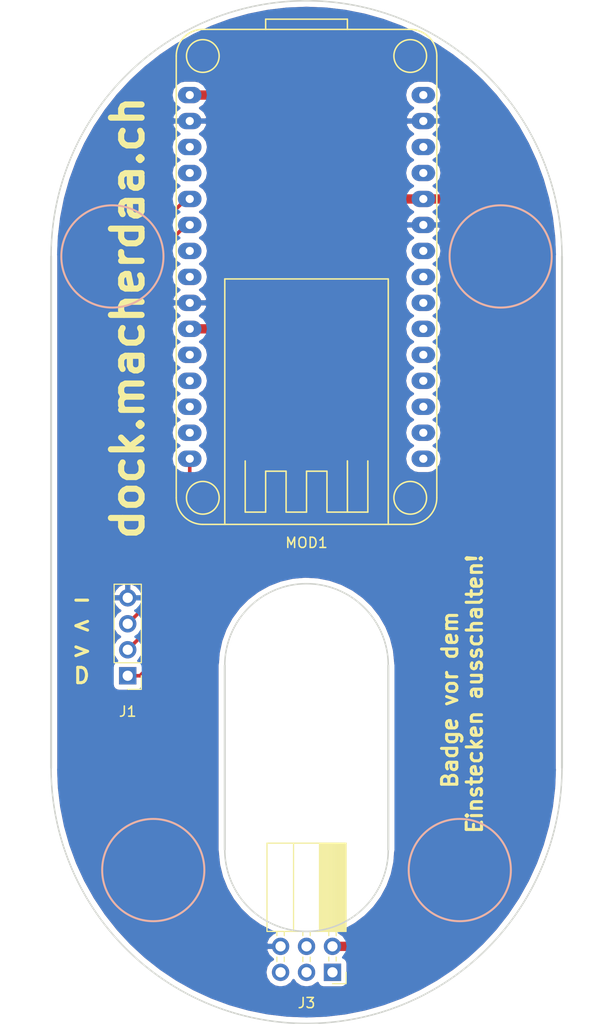
<source format=kicad_pcb>
(kicad_pcb (version 20171130) (host pcbnew 5.0.2+dfsg1-1~bpo9+1)

  (general
    (thickness 1.6)
    (drawings 18)
    (tracks 23)
    (zones 0)
    (modules 3)
    (nets 6)
  )

  (page A4)
  (layers
    (0 F.Cu signal)
    (31 B.Cu signal)
    (32 B.Adhes user)
    (33 F.Adhes user)
    (34 B.Paste user)
    (35 F.Paste user)
    (36 B.SilkS user)
    (37 F.SilkS user)
    (38 B.Mask user)
    (39 F.Mask user)
    (40 Dwgs.User user)
    (41 Cmts.User user)
    (42 Eco1.User user)
    (43 Eco2.User user)
    (44 Edge.Cuts user)
    (45 Margin user)
    (46 B.CrtYd user)
    (47 F.CrtYd user)
    (48 B.Fab user)
    (49 F.Fab user)
  )

  (setup
    (last_trace_width 0.25)
    (user_trace_width 0.3048)
    (user_trace_width 0.35)
    (user_trace_width 0.5)
    (user_trace_width 0.91)
    (user_trace_width 1.47)
    (trace_clearance 0.2)
    (zone_clearance 0.508)
    (zone_45_only no)
    (trace_min 0.2)
    (segment_width 0.2)
    (edge_width 0.15)
    (via_size 0.8)
    (via_drill 0.4)
    (via_min_size 0.4)
    (via_min_drill 0.3)
    (user_via 0.6096 0.3048)
    (uvia_size 0.3)
    (uvia_drill 0.1)
    (uvias_allowed no)
    (uvia_min_size 0.2)
    (uvia_min_drill 0.1)
    (pcb_text_width 0.3)
    (pcb_text_size 1.5 1.5)
    (mod_edge_width 0.15)
    (mod_text_size 1 1)
    (mod_text_width 0.15)
    (pad_size 1.7 1.7)
    (pad_drill 1)
    (pad_to_mask_clearance 0.051)
    (solder_mask_min_width 0.25)
    (aux_axis_origin 0 0)
    (grid_origin 125 100)
    (visible_elements FFFFFF7F)
    (pcbplotparams
      (layerselection 0x010f0_ffffffff)
      (usegerberextensions true)
      (usegerberattributes false)
      (usegerberadvancedattributes false)
      (creategerberjobfile false)
      (excludeedgelayer true)
      (linewidth 0.100000)
      (plotframeref false)
      (viasonmask false)
      (mode 1)
      (useauxorigin false)
      (hpglpennumber 1)
      (hpglpenspeed 20)
      (hpglpendiameter 15.000000)
      (psnegative false)
      (psa4output false)
      (plotreference true)
      (plotvalue true)
      (plotinvisibletext false)
      (padsonsilk false)
      (subtractmaskfromsilk false)
      (outputformat 1)
      (mirror false)
      (drillshape 0)
      (scaleselection 1)
      (outputdirectory "Export/Gerber/v1"))
  )

  (net 0 "")
  (net 1 /D0)
  (net 2 GND)
  (net 3 +3V3)
  (net 4 /D7)
  (net 5 /D8)

  (net_class Default "Dies ist die voreingestellte Netzklasse."
    (clearance 0.2)
    (trace_width 0.25)
    (via_dia 0.8)
    (via_drill 0.4)
    (uvia_dia 0.3)
    (uvia_drill 0.1)
    (add_net +3V3)
    (add_net /D0)
    (add_net /D7)
    (add_net /D8)
    (add_net GND)
  )

  (module Connector_PinHeader_2.54mm:PinHeader_1x04_P2.54mm_Vertical (layer F.Cu) (tedit 59FED5CC) (tstamp 5D12E657)
    (at 107.5 116 180)
    (descr "Through hole straight pin header, 1x04, 2.54mm pitch, single row")
    (tags "Through hole pin header THT 1x04 2.54mm single row")
    (path /5D06CB51)
    (fp_text reference J1 (at 0 -3.5 180) (layer F.SilkS)
      (effects (font (size 1 1) (thickness 0.15)))
    )
    (fp_text value Conn_01x04_Male (at -3 4 270) (layer F.Fab)
      (effects (font (size 1 1) (thickness 0.15)))
    )
    (fp_line (start -0.635 -1.27) (end 1.27 -1.27) (layer F.Fab) (width 0.1))
    (fp_line (start 1.27 -1.27) (end 1.27 8.89) (layer F.Fab) (width 0.1))
    (fp_line (start 1.27 8.89) (end -1.27 8.89) (layer F.Fab) (width 0.1))
    (fp_line (start -1.27 8.89) (end -1.27 -0.635) (layer F.Fab) (width 0.1))
    (fp_line (start -1.27 -0.635) (end -0.635 -1.27) (layer F.Fab) (width 0.1))
    (fp_line (start -1.33 8.95) (end 1.33 8.95) (layer F.SilkS) (width 0.12))
    (fp_line (start -1.33 1.27) (end -1.33 8.95) (layer F.SilkS) (width 0.12))
    (fp_line (start 1.33 1.27) (end 1.33 8.95) (layer F.SilkS) (width 0.12))
    (fp_line (start -1.33 1.27) (end 1.33 1.27) (layer F.SilkS) (width 0.12))
    (fp_line (start -1.33 0) (end -1.33 -1.33) (layer F.SilkS) (width 0.12))
    (fp_line (start -1.33 -1.33) (end 0 -1.33) (layer F.SilkS) (width 0.12))
    (fp_line (start -1.8 -1.8) (end -1.8 9.4) (layer F.CrtYd) (width 0.05))
    (fp_line (start -1.8 9.4) (end 1.8 9.4) (layer F.CrtYd) (width 0.05))
    (fp_line (start 1.8 9.4) (end 1.8 -1.8) (layer F.CrtYd) (width 0.05))
    (fp_line (start 1.8 -1.8) (end -1.8 -1.8) (layer F.CrtYd) (width 0.05))
    (fp_text user %R (at 0 3.81) (layer F.Fab)
      (effects (font (size 1 1) (thickness 0.15)))
    )
    (pad 1 thru_hole rect (at 0 0 180) (size 1.7 1.7) (drill 1) (layers *.Cu *.Mask)
      (net 1 /D0))
    (pad 2 thru_hole oval (at 0 2.54 180) (size 1.7 1.7) (drill 1) (layers *.Cu *.Mask)
      (net 4 /D7))
    (pad 3 thru_hole oval (at 0 5.08 180) (size 1.7 1.7) (drill 1) (layers *.Cu *.Mask)
      (net 5 /D8))
    (pad 4 thru_hole oval (at 0 7.62 180) (size 1.7 1.7) (drill 1) (layers *.Cu *.Mask)
      (net 2 GND))
    (model ${KISYS3DMOD}/Connector_PinHeader_2.54mm.3dshapes/PinHeader_1x04_P2.54mm_Vertical.wrl
      (at (xyz 0 0 0))
      (scale (xyz 1 1 1))
      (rotate (xyz 0 0 0))
    )
  )

  (module Connector_PinSocket_2.54mm:PinSocket_2x03_P2.54mm_Horizontal locked (layer F.Cu) (tedit 5A19A431) (tstamp 5D12E69D)
    (at 127.54 145 270)
    (descr "Through hole angled socket strip, 2x03, 2.54mm pitch, 8.51mm socket length, double cols (from Kicad 4.0.7), script generated")
    (tags "Through hole angled socket strip THT 2x03 2.54mm double row")
    (path /5CE9C4D3)
    (fp_text reference J3 (at 3 2.54) (layer F.SilkS)
      (effects (font (size 1 1) (thickness 0.15)))
    )
    (fp_text value AVR-ISP-HEADER (at -5.65 7.85 270) (layer F.Fab)
      (effects (font (size 1 1) (thickness 0.15)))
    )
    (fp_line (start -12.57 -1.27) (end -5.03 -1.27) (layer F.Fab) (width 0.1))
    (fp_line (start -5.03 -1.27) (end -4.06 -0.3) (layer F.Fab) (width 0.1))
    (fp_line (start -4.06 -0.3) (end -4.06 6.35) (layer F.Fab) (width 0.1))
    (fp_line (start -4.06 6.35) (end -12.57 6.35) (layer F.Fab) (width 0.1))
    (fp_line (start -12.57 6.35) (end -12.57 -1.27) (layer F.Fab) (width 0.1))
    (fp_line (start 0 -0.3) (end -4.06 -0.3) (layer F.Fab) (width 0.1))
    (fp_line (start -4.06 0.3) (end 0 0.3) (layer F.Fab) (width 0.1))
    (fp_line (start 0 0.3) (end 0 -0.3) (layer F.Fab) (width 0.1))
    (fp_line (start 0 2.24) (end -4.06 2.24) (layer F.Fab) (width 0.1))
    (fp_line (start -4.06 2.84) (end 0 2.84) (layer F.Fab) (width 0.1))
    (fp_line (start 0 2.84) (end 0 2.24) (layer F.Fab) (width 0.1))
    (fp_line (start 0 4.78) (end -4.06 4.78) (layer F.Fab) (width 0.1))
    (fp_line (start -4.06 5.38) (end 0 5.38) (layer F.Fab) (width 0.1))
    (fp_line (start 0 5.38) (end 0 4.78) (layer F.Fab) (width 0.1))
    (fp_line (start -12.63 -1.21) (end -4 -1.21) (layer F.SilkS) (width 0.12))
    (fp_line (start -12.63 -1.091905) (end -4 -1.091905) (layer F.SilkS) (width 0.12))
    (fp_line (start -12.63 -0.97381) (end -4 -0.97381) (layer F.SilkS) (width 0.12))
    (fp_line (start -12.63 -0.855715) (end -4 -0.855715) (layer F.SilkS) (width 0.12))
    (fp_line (start -12.63 -0.73762) (end -4 -0.73762) (layer F.SilkS) (width 0.12))
    (fp_line (start -12.63 -0.619525) (end -4 -0.619525) (layer F.SilkS) (width 0.12))
    (fp_line (start -12.63 -0.50143) (end -4 -0.50143) (layer F.SilkS) (width 0.12))
    (fp_line (start -12.63 -0.383335) (end -4 -0.383335) (layer F.SilkS) (width 0.12))
    (fp_line (start -12.63 -0.26524) (end -4 -0.26524) (layer F.SilkS) (width 0.12))
    (fp_line (start -12.63 -0.147145) (end -4 -0.147145) (layer F.SilkS) (width 0.12))
    (fp_line (start -12.63 -0.02905) (end -4 -0.02905) (layer F.SilkS) (width 0.12))
    (fp_line (start -12.63 0.089045) (end -4 0.089045) (layer F.SilkS) (width 0.12))
    (fp_line (start -12.63 0.20714) (end -4 0.20714) (layer F.SilkS) (width 0.12))
    (fp_line (start -12.63 0.325235) (end -4 0.325235) (layer F.SilkS) (width 0.12))
    (fp_line (start -12.63 0.44333) (end -4 0.44333) (layer F.SilkS) (width 0.12))
    (fp_line (start -12.63 0.561425) (end -4 0.561425) (layer F.SilkS) (width 0.12))
    (fp_line (start -12.63 0.67952) (end -4 0.67952) (layer F.SilkS) (width 0.12))
    (fp_line (start -12.63 0.797615) (end -4 0.797615) (layer F.SilkS) (width 0.12))
    (fp_line (start -12.63 0.91571) (end -4 0.91571) (layer F.SilkS) (width 0.12))
    (fp_line (start -12.63 1.033805) (end -4 1.033805) (layer F.SilkS) (width 0.12))
    (fp_line (start -12.63 1.1519) (end -4 1.1519) (layer F.SilkS) (width 0.12))
    (fp_line (start -4 -0.36) (end -3.59 -0.36) (layer F.SilkS) (width 0.12))
    (fp_line (start -1.49 -0.36) (end -1.11 -0.36) (layer F.SilkS) (width 0.12))
    (fp_line (start -4 0.36) (end -3.59 0.36) (layer F.SilkS) (width 0.12))
    (fp_line (start -1.49 0.36) (end -1.11 0.36) (layer F.SilkS) (width 0.12))
    (fp_line (start -4 2.18) (end -3.59 2.18) (layer F.SilkS) (width 0.12))
    (fp_line (start -1.49 2.18) (end -1.05 2.18) (layer F.SilkS) (width 0.12))
    (fp_line (start -4 2.9) (end -3.59 2.9) (layer F.SilkS) (width 0.12))
    (fp_line (start -1.49 2.9) (end -1.05 2.9) (layer F.SilkS) (width 0.12))
    (fp_line (start -4 4.72) (end -3.59 4.72) (layer F.SilkS) (width 0.12))
    (fp_line (start -1.49 4.72) (end -1.05 4.72) (layer F.SilkS) (width 0.12))
    (fp_line (start -4 5.44) (end -3.59 5.44) (layer F.SilkS) (width 0.12))
    (fp_line (start -1.49 5.44) (end -1.05 5.44) (layer F.SilkS) (width 0.12))
    (fp_line (start -12.63 1.27) (end -4 1.27) (layer F.SilkS) (width 0.12))
    (fp_line (start -12.63 3.81) (end -4 3.81) (layer F.SilkS) (width 0.12))
    (fp_line (start -12.63 -1.33) (end -4 -1.33) (layer F.SilkS) (width 0.12))
    (fp_line (start -4 -1.33) (end -4 6.41) (layer F.SilkS) (width 0.12))
    (fp_line (start -12.63 6.41) (end -4 6.41) (layer F.SilkS) (width 0.12))
    (fp_line (start -12.63 -1.33) (end -12.63 6.41) (layer F.SilkS) (width 0.12))
    (fp_line (start 1.11 -1.33) (end 1.11 0) (layer F.SilkS) (width 0.12))
    (fp_line (start 0 -1.33) (end 1.11 -1.33) (layer F.SilkS) (width 0.12))
    (fp_line (start 1.8 -1.8) (end -13.05 -1.8) (layer F.CrtYd) (width 0.05))
    (fp_line (start -13.05 -1.8) (end -13.05 6.85) (layer F.CrtYd) (width 0.05))
    (fp_line (start -13.05 6.85) (end 1.8 6.85) (layer F.CrtYd) (width 0.05))
    (fp_line (start 1.8 6.85) (end 1.8 -1.8) (layer F.CrtYd) (width 0.05))
    (fp_text user %R (at -1 2.54) (layer F.Fab)
      (effects (font (size 1 1) (thickness 0.15)))
    )
    (pad 1 thru_hole rect (at 0 0 270) (size 1.7 1.7) (drill 1) (layers *.Cu *.Mask))
    (pad 2 thru_hole oval (at -2.54 0 270) (size 1.7 1.7) (drill 1) (layers *.Cu *.Mask)
      (net 3 +3V3))
    (pad 3 thru_hole oval (at 0 2.54 270) (size 1.7 1.7) (drill 1) (layers *.Cu *.Mask))
    (pad 4 thru_hole oval (at -2.54 2.54 270) (size 1.7 1.7) (drill 1) (layers *.Cu *.Mask))
    (pad 5 thru_hole oval (at 0 5.08 270) (size 1.7 1.7) (drill 1) (layers *.Cu *.Mask))
    (pad 6 thru_hole oval (at -2.54 5.08 270) (size 1.7 1.7) (drill 1) (layers *.Cu *.Mask)
      (net 2 GND))
    (model ${KISYS3DMOD}/Connector_PinSocket_2.54mm.3dshapes/PinSocket_2x03_P2.54mm_Horizontal.wrl
      (at (xyz 0 0 0))
      (scale (xyz 1 1 1))
      (rotate (xyz 0 0 0))
    )
  )

  (module NodeMCU:NodeMCU (layer F.Cu) (tedit 5D0638B1) (tstamp 5D12E6DF)
    (at 125 77 180)
    (path /5D065651)
    (fp_text reference MOD1 (at 0 -26) (layer F.SilkS)
      (effects (font (size 1 1) (thickness 0.15)))
    )
    (fp_text value NodeMCU (at 0 0) (layer F.Fab)
      (effects (font (size 1 1) (thickness 0.15)))
    )
    (fp_line (start 12.75 21.6) (end 12.75 -21.6) (layer F.SilkS) (width 0.15))
    (fp_line (start 10.15 -24.2) (end -10.15 -24.2) (layer F.SilkS) (width 0.15))
    (fp_line (start -12.75 -21.6) (end -12.75 21.6) (layer F.SilkS) (width 0.15))
    (fp_line (start 10.15 24.2) (end -10.15 24.2) (layer F.SilkS) (width 0.15))
    (fp_circle (center 10.15 -21.6) (end 8.55 -21.6) (layer F.SilkS) (width 0.15))
    (fp_circle (center -10.15 -21.6) (end -11.75 -21.6) (layer F.SilkS) (width 0.15))
    (fp_circle (center -10.15 21.6) (end -11.75 21.6) (layer F.SilkS) (width 0.15))
    (fp_circle (center 10.15 21.6) (end 8.55 21.6) (layer F.SilkS) (width 0.15))
    (fp_line (start 4 25.2) (end -4 25.2) (layer F.SilkS) (width 0.15))
    (fp_line (start 4 25.2) (end 4 24.2) (layer F.SilkS) (width 0.15))
    (fp_line (start -4 25.2) (end -4 24.2) (layer F.SilkS) (width 0.15))
    (fp_line (start 8 -24.2) (end 8 -0.2) (layer F.SilkS) (width 0.15))
    (fp_line (start -8 -24.2) (end -8 -0.2) (layer F.SilkS) (width 0.15))
    (fp_line (start 8 -0.2) (end -8 -0.2) (layer F.SilkS) (width 0.15))
    (fp_line (start 6 -18) (end 6 -23) (layer F.SilkS) (width 0.15))
    (fp_line (start 6 -23) (end 4 -23) (layer F.SilkS) (width 0.15))
    (fp_line (start 4 -23) (end 4 -19) (layer F.SilkS) (width 0.15))
    (fp_line (start 4 -19) (end 2 -19) (layer F.SilkS) (width 0.15))
    (fp_line (start 2 -19) (end 2 -23) (layer F.SilkS) (width 0.15))
    (fp_line (start 2 -23) (end 0 -23) (layer F.SilkS) (width 0.15))
    (fp_line (start 0 -23) (end 0 -19) (layer F.SilkS) (width 0.15))
    (fp_line (start 0 -19) (end -2 -19) (layer F.SilkS) (width 0.15))
    (fp_line (start -2 -19) (end -2 -23) (layer F.SilkS) (width 0.15))
    (fp_line (start -2 -23) (end -4 -23) (layer F.SilkS) (width 0.15))
    (fp_line (start -4 -23) (end -4 -18) (layer F.SilkS) (width 0.15))
    (fp_line (start -4 -18) (end -4 -23) (layer F.SilkS) (width 0.15))
    (fp_line (start -4 -23) (end -6 -23) (layer F.SilkS) (width 0.15))
    (fp_line (start -6 -23) (end -6 -18) (layer F.SilkS) (width 0.15))
    (fp_arc (start -10.15 21.6) (end -12.75 21.6) (angle -90) (layer F.SilkS) (width 0.15))
    (fp_arc (start -10.15 -21.6) (end -10.15 -24.2) (angle -90) (layer F.SilkS) (width 0.15))
    (fp_arc (start 10.15 21.6) (end 10.15 24.2) (angle -90) (layer F.SilkS) (width 0.15))
    (fp_arc (start 10.15 -21.6) (end 12.75 -21.6) (angle -90) (layer F.SilkS) (width 0.15))
    (pad 1 thru_hole oval (at -11.43 -17.78 180) (size 2.3 1.6) (drill 0.8) (layers *.Cu *.Mask))
    (pad 2 thru_hole oval (at -11.43 -15.24 180) (size 2.3 1.6) (drill 0.8) (layers *.Cu *.Mask))
    (pad 3 thru_hole oval (at -11.43 -12.7 180) (size 2.3 1.6) (drill 0.8) (layers *.Cu *.Mask))
    (pad 4 thru_hole oval (at -11.43 -10.16 180) (size 2.3 1.6) (drill 0.8) (layers *.Cu *.Mask))
    (pad 5 thru_hole oval (at -11.43 -7.62 180) (size 2.3 1.6) (drill 0.8) (layers *.Cu *.Mask))
    (pad 6 thru_hole oval (at -11.43 -5.08 180) (size 2.3 1.6) (drill 0.8) (layers *.Cu *.Mask))
    (pad 7 thru_hole oval (at -11.43 -2.54 180) (size 2.3 1.6) (drill 0.8) (layers *.Cu *.Mask))
    (pad 8 thru_hole oval (at -11.43 0 180) (size 2.3 1.6) (drill 0.8) (layers *.Cu *.Mask))
    (pad 9 thru_hole oval (at -11.43 2.54 180) (size 2.3 1.6) (drill 0.8) (layers *.Cu *.Mask))
    (pad 10 thru_hole oval (at -11.43 5.08 180) (size 2.3 1.6) (drill 0.8) (layers *.Cu *.Mask)
      (net 2 GND))
    (pad 11 thru_hole oval (at -11.43 7.62 180) (size 2.3 1.6) (drill 0.8) (layers *.Cu *.Mask)
      (net 3 +3V3))
    (pad 12 thru_hole oval (at -11.43 10.16 180) (size 2.3 1.6) (drill 0.8) (layers *.Cu *.Mask))
    (pad 13 thru_hole oval (at -11.43 12.7 180) (size 2.3 1.6) (drill 0.8) (layers *.Cu *.Mask))
    (pad 14 thru_hole oval (at -11.43 15.24 180) (size 2.3 1.6) (drill 0.8) (layers *.Cu *.Mask)
      (net 2 GND))
    (pad 15 thru_hole oval (at -11.43 17.78 180) (size 2.3 1.6) (drill 0.8) (layers *.Cu *.Mask))
    (pad 16 thru_hole oval (at 11.43 17.78 180) (size 2.3 1.6) (drill 0.8) (layers *.Cu *.Mask)
      (net 3 +3V3))
    (pad 17 thru_hole oval (at 11.43 15.24 180) (size 2.3 1.6) (drill 0.8) (layers *.Cu *.Mask)
      (net 2 GND))
    (pad 18 thru_hole oval (at 11.43 12.7 180) (size 2.3 1.6) (drill 0.8) (layers *.Cu *.Mask))
    (pad 19 thru_hole oval (at 11.43 10.16 180) (size 2.3 1.6) (drill 0.8) (layers *.Cu *.Mask))
    (pad 20 thru_hole oval (at 11.43 7.62 180) (size 2.3 1.6) (drill 0.8) (layers *.Cu *.Mask)
      (net 5 /D8))
    (pad 21 thru_hole oval (at 11.43 5.08 180) (size 2.3 1.6) (drill 0.8) (layers *.Cu *.Mask)
      (net 4 /D7))
    (pad 22 thru_hole oval (at 11.43 2.54 180) (size 2.3 1.6) (drill 0.8) (layers *.Cu *.Mask))
    (pad 23 thru_hole oval (at 11.43 0 180) (size 2.3 1.6) (drill 0.8) (layers *.Cu *.Mask))
    (pad 24 thru_hole oval (at 11.43 -2.54 180) (size 2.3 1.6) (drill 0.8) (layers *.Cu *.Mask)
      (net 2 GND))
    (pad 25 thru_hole oval (at 11.43 -5.08 180) (size 2.3 1.6) (drill 0.8) (layers *.Cu *.Mask)
      (net 3 +3V3))
    (pad 26 thru_hole oval (at 11.43 -7.62 180) (size 2.3 1.6) (drill 0.8) (layers *.Cu *.Mask))
    (pad 27 thru_hole oval (at 11.43 -10.16 180) (size 2.3 1.6) (drill 0.8) (layers *.Cu *.Mask))
    (pad 28 thru_hole oval (at 11.43 -12.7 180) (size 2.3 1.6) (drill 0.8) (layers *.Cu *.Mask))
    (pad 29 thru_hole oval (at 11.43 -15.24 180) (size 2.3 1.6) (drill 0.8) (layers *.Cu *.Mask))
    (pad 30 thru_hole oval (at 11.43 -17.78 180) (size 2.3 1.6) (drill 0.8) (layers *.Cu *.Mask)
      (net 1 /D0))
  )

  (gr_text dock.macherdaa.ch (at 107.5 81 90) (layer F.SilkS)
    (effects (font (size 3 3) (thickness 0.6)))
  )
  (gr_text "Badge vor dem \nEinstecken ausschalten!" (at 140.24 117.78 90) (layer F.SilkS)
    (effects (font (size 1.5 1.5) (thickness 0.3)))
  )
  (gr_text D (at 103 116) (layer F.SilkS)
    (effects (font (size 1.5 1.5) (thickness 0.3)))
  )
  (gr_text > (at 103 113.5) (layer F.SilkS)
    (effects (font (size 1.5 1.5) (thickness 0.3)))
  )
  (gr_text < (at 103 111) (layer F.SilkS)
    (effects (font (size 1.5 1.5) (thickness 0.3)))
  )
  (gr_text - (at 103 108.5) (layer F.SilkS)
    (effects (font (size 1.5 1.5) (thickness 0.3)))
  )
  (gr_arc (start 125 133) (end 117 133) (angle -180) (layer Edge.Cuts) (width 0.15))
  (gr_arc (start 125 115) (end 133 115) (angle -180) (layer Edge.Cuts) (width 0.15))
  (gr_line (start 133 115) (end 133 133) (layer Edge.Cuts) (width 0.2))
  (gr_line (start 117 133) (end 117 115) (layer Edge.Cuts) (width 0.2))
  (gr_circle (center 106 75) (end 106 80) (layer B.SilkS) (width 0.2))
  (gr_circle (center 110 135) (end 110 140) (layer B.SilkS) (width 0.2) (tstamp 5D12E58F))
  (gr_circle (center 144 75) (end 139 75) (layer B.SilkS) (width 0.2))
  (gr_circle (center 140 135) (end 135 135) (layer B.SilkS) (width 0.2))
  (gr_arc (start 125 75) (end 150 75) (angle -180) (layer Edge.Cuts) (width 0.15))
  (gr_arc (start 125 125) (end 100 125) (angle -180) (layer Edge.Cuts) (width 0.15) (tstamp 5D12E581))
  (gr_line (start 150 75) (end 150 125) (layer Edge.Cuts) (width 0.2))
  (gr_line (start 100 125) (end 100 75) (layer Edge.Cuts) (width 0.2))

  (segment (start 113.57 94.78) (end 113.57 110.63) (width 0.35) (layer F.Cu) (net 1) (status 10))
  (segment (start 108.7 116) (end 113.57 111.13) (width 0.35) (layer F.Cu) (net 1))
  (segment (start 113.57 111.13) (end 113.57 110.63) (width 0.35) (layer F.Cu) (net 1))
  (segment (start 107.5 116) (end 108.7 116) (width 0.35) (layer F.Cu) (net 1) (status 10))
  (segment (start 113.57 59.22) (end 118.22 59.22) (width 0.91) (layer F.Cu) (net 3) (status 10))
  (segment (start 128.38 69.38) (end 136.43 69.38) (width 0.91) (layer F.Cu) (net 3) (status 20))
  (segment (start 118.22 59.22) (end 128.38 69.38) (width 0.91) (layer F.Cu) (net 3))
  (segment (start 115.68 82.08) (end 128.38 69.38) (width 0.91) (layer F.Cu) (net 3))
  (segment (start 113.57 82.08) (end 115.68 82.08) (width 0.91) (layer F.Cu) (net 3) (status 10))
  (segment (start 136.78 69.38) (end 136.43 69.38) (width 0.91) (layer F.Cu) (net 3) (status 30))
  (segment (start 133.54 142.46) (end 127.54 142.46) (width 0.91) (layer F.Cu) (net 3))
  (segment (start 136.43 69.38) (end 138.83 69.38) (width 0.91) (layer F.Cu) (net 3))
  (segment (start 142.5 73.05) (end 142.5 133.5) (width 0.91) (layer F.Cu) (net 3))
  (segment (start 138.83 69.38) (end 142.5 73.05) (width 0.91) (layer F.Cu) (net 3))
  (segment (start 142.5 133.5) (end 133.54 142.46) (width 0.91) (layer F.Cu) (net 3))
  (segment (start 107.5 113.46) (end 110.5 110.46) (width 0.35) (layer F.Cu) (net 4) (status 10))
  (segment (start 113.22 71.92) (end 113.57 71.92) (width 0.35) (layer F.Cu) (net 4) (status 30))
  (segment (start 110.5 74.64) (end 113.22 71.92) (width 0.35) (layer F.Cu) (net 4) (status 20))
  (segment (start 110.5 110.46) (end 110.5 74.64) (width 0.35) (layer F.Cu) (net 4))
  (segment (start 107.5 110.92) (end 109.5 108.92) (width 0.35) (layer F.Cu) (net 5) (status 10))
  (segment (start 113.22 69.38) (end 113.57 69.38) (width 0.35) (layer F.Cu) (net 5) (status 30))
  (segment (start 109.5 73.1) (end 113.22 69.38) (width 0.35) (layer F.Cu) (net 5) (status 20))
  (segment (start 109.5 108.92) (end 109.5 73.1) (width 0.35) (layer F.Cu) (net 5))

  (zone (net 2) (net_name GND) (layer F.Cu) (tstamp 5D153386) (hatch edge 0.508)
    (connect_pads (clearance 0.508))
    (min_thickness 0.254)
    (fill yes (arc_segments 16) (thermal_gap 0.508) (thermal_bridge_width 0.508))
    (polygon
      (pts
        (xy 155 150) (xy 95 150) (xy 95 50) (xy 155 50)
      )
    )
    (filled_polygon
      (pts
        (xy 126.905729 50.785425) (xy 128.799708 51.009591) (xy 130.670257 51.381666) (xy 132.505851 51.899357) (xy 134.29517 52.559472)
        (xy 136.027188 53.357944) (xy 137.691205 54.289838) (xy 139.276977 55.349417) (xy 140.774742 56.53016) (xy 142.175237 57.824763)
        (xy 143.46984 59.225258) (xy 144.650583 60.723023) (xy 145.710164 62.308798) (xy 146.642058 63.972816) (xy 147.440528 65.704829)
        (xy 148.100643 67.494149) (xy 148.618331 69.329733) (xy 148.990409 71.200293) (xy 149.214575 73.094271) (xy 149.283044 74.836902)
        (xy 149.265 74.927613) (xy 149.265001 125.072388) (xy 149.283044 125.163095) (xy 149.214575 126.905729) (xy 148.990409 128.799707)
        (xy 148.618331 130.670267) (xy 148.100643 132.505851) (xy 147.440528 134.295171) (xy 146.642058 136.027184) (xy 145.710164 137.691202)
        (xy 144.650583 139.276977) (xy 143.46984 140.774742) (xy 142.175237 142.175237) (xy 140.774742 143.46984) (xy 139.276977 144.650583)
        (xy 137.691205 145.710162) (xy 136.027188 146.642056) (xy 134.29517 147.440528) (xy 132.505851 148.100643) (xy 130.670257 148.618334)
        (xy 128.799708 148.990409) (xy 126.905729 149.214575) (xy 125 149.289452) (xy 123.094271 149.214575) (xy 121.200293 148.990409)
        (xy 119.329733 148.618331) (xy 117.494149 148.100643) (xy 115.704829 147.440528) (xy 113.972816 146.642058) (xy 112.308798 145.710164)
        (xy 110.723023 144.650583) (xy 109.225258 143.46984) (xy 107.824763 142.175237) (xy 106.53016 140.774742) (xy 105.349417 139.276977)
        (xy 104.289838 137.691205) (xy 103.357944 136.027188) (xy 102.559472 134.29517) (xy 101.899357 132.505851) (xy 101.381666 130.670257)
        (xy 101.009591 128.799708) (xy 100.785425 126.905729) (xy 100.716956 125.163099) (xy 100.735 125.072388) (xy 100.735 110.92)
        (xy 105.985908 110.92) (xy 106.101161 111.499418) (xy 106.429375 111.990625) (xy 106.727761 112.19) (xy 106.429375 112.389375)
        (xy 106.101161 112.880582) (xy 105.985908 113.46) (xy 106.101161 114.039418) (xy 106.429375 114.530625) (xy 106.447619 114.542816)
        (xy 106.402235 114.551843) (xy 106.192191 114.692191) (xy 106.051843 114.902235) (xy 106.00256 115.15) (xy 106.00256 116.85)
        (xy 106.051843 117.097765) (xy 106.192191 117.307809) (xy 106.402235 117.448157) (xy 106.65 117.49744) (xy 108.35 117.49744)
        (xy 108.597765 117.448157) (xy 108.807809 117.307809) (xy 108.948157 117.097765) (xy 108.99744 116.85) (xy 108.99744 116.766704)
        (xy 109.016046 116.763003) (xy 109.283977 116.583977) (xy 109.329168 116.516344) (xy 114.086348 111.759165) (xy 114.153977 111.713977)
        (xy 114.333003 111.446046) (xy 114.38 111.209774) (xy 114.38 111.209773) (xy 114.395868 111.130001) (xy 114.38 111.050228)
        (xy 114.38 96.151613) (xy 114.479909 96.13174) (xy 114.954577 95.814577) (xy 115.27174 95.339909) (xy 115.383113 94.78)
        (xy 115.27174 94.220091) (xy 114.954577 93.745423) (xy 114.602242 93.51) (xy 114.954577 93.274577) (xy 115.27174 92.799909)
        (xy 115.383113 92.24) (xy 115.27174 91.680091) (xy 114.954577 91.205423) (xy 114.602242 90.97) (xy 114.954577 90.734577)
        (xy 115.27174 90.259909) (xy 115.383113 89.7) (xy 115.27174 89.140091) (xy 114.954577 88.665423) (xy 114.602242 88.43)
        (xy 114.954577 88.194577) (xy 115.27174 87.719909) (xy 115.383113 87.16) (xy 115.27174 86.600091) (xy 114.954577 86.125423)
        (xy 114.602242 85.89) (xy 114.954577 85.654577) (xy 115.27174 85.179909) (xy 115.383113 84.62) (xy 115.27174 84.060091)
        (xy 114.954577 83.585423) (xy 114.602242 83.35) (xy 114.871631 83.17) (xy 115.572647 83.17) (xy 115.68 83.191354)
        (xy 115.787353 83.17) (xy 115.787354 83.17) (xy 116.105297 83.106757) (xy 116.465846 82.865846) (xy 116.526659 82.774833)
        (xy 124.841492 74.46) (xy 134.616887 74.46) (xy 134.72826 75.019909) (xy 135.045423 75.494577) (xy 135.397758 75.73)
        (xy 135.045423 75.965423) (xy 134.72826 76.440091) (xy 134.616887 77) (xy 134.72826 77.559909) (xy 135.045423 78.034577)
        (xy 135.397758 78.27) (xy 135.045423 78.505423) (xy 134.72826 78.980091) (xy 134.616887 79.54) (xy 134.72826 80.099909)
        (xy 135.045423 80.574577) (xy 135.397758 80.81) (xy 135.045423 81.045423) (xy 134.72826 81.520091) (xy 134.616887 82.08)
        (xy 134.72826 82.639909) (xy 135.045423 83.114577) (xy 135.397758 83.35) (xy 135.045423 83.585423) (xy 134.72826 84.060091)
        (xy 134.616887 84.62) (xy 134.72826 85.179909) (xy 135.045423 85.654577) (xy 135.397758 85.89) (xy 135.045423 86.125423)
        (xy 134.72826 86.600091) (xy 134.616887 87.16) (xy 134.72826 87.719909) (xy 135.045423 88.194577) (xy 135.397758 88.43)
        (xy 135.045423 88.665423) (xy 134.72826 89.140091) (xy 134.616887 89.7) (xy 134.72826 90.259909) (xy 135.045423 90.734577)
        (xy 135.397758 90.97) (xy 135.045423 91.205423) (xy 134.72826 91.680091) (xy 134.616887 92.24) (xy 134.72826 92.799909)
        (xy 135.045423 93.274577) (xy 135.397758 93.51) (xy 135.045423 93.745423) (xy 134.72826 94.220091) (xy 134.616887 94.78)
        (xy 134.72826 95.339909) (xy 135.045423 95.814577) (xy 135.520091 96.13174) (xy 135.938667 96.215) (xy 136.921333 96.215)
        (xy 137.339909 96.13174) (xy 137.814577 95.814577) (xy 138.13174 95.339909) (xy 138.243113 94.78) (xy 138.13174 94.220091)
        (xy 137.814577 93.745423) (xy 137.462242 93.51) (xy 137.814577 93.274577) (xy 138.13174 92.799909) (xy 138.243113 92.24)
        (xy 138.13174 91.680091) (xy 137.814577 91.205423) (xy 137.462242 90.97) (xy 137.814577 90.734577) (xy 138.13174 90.259909)
        (xy 138.243113 89.7) (xy 138.13174 89.140091) (xy 137.814577 88.665423) (xy 137.462242 88.43) (xy 137.814577 88.194577)
        (xy 138.13174 87.719909) (xy 138.243113 87.16) (xy 138.13174 86.600091) (xy 137.814577 86.125423) (xy 137.462242 85.89)
        (xy 137.814577 85.654577) (xy 138.13174 85.179909) (xy 138.243113 84.62) (xy 138.13174 84.060091) (xy 137.814577 83.585423)
        (xy 137.462242 83.35) (xy 137.814577 83.114577) (xy 138.13174 82.639909) (xy 138.243113 82.08) (xy 138.13174 81.520091)
        (xy 137.814577 81.045423) (xy 137.462242 80.81) (xy 137.814577 80.574577) (xy 138.13174 80.099909) (xy 138.243113 79.54)
        (xy 138.13174 78.980091) (xy 137.814577 78.505423) (xy 137.462242 78.27) (xy 137.814577 78.034577) (xy 138.13174 77.559909)
        (xy 138.243113 77) (xy 138.13174 76.440091) (xy 137.814577 75.965423) (xy 137.462242 75.73) (xy 137.814577 75.494577)
        (xy 138.13174 75.019909) (xy 138.243113 74.46) (xy 138.13174 73.900091) (xy 137.814577 73.425423) (xy 137.458501 73.187501)
        (xy 137.8845 72.844896) (xy 138.154367 72.351819) (xy 138.171904 72.269039) (xy 138.049915 72.047) (xy 136.557 72.047)
        (xy 136.557 72.067) (xy 136.303 72.067) (xy 136.303 72.047) (xy 134.810085 72.047) (xy 134.688096 72.269039)
        (xy 134.705633 72.351819) (xy 134.9755 72.844896) (xy 135.401499 73.187501) (xy 135.045423 73.425423) (xy 134.72826 73.900091)
        (xy 134.616887 74.46) (xy 124.841492 74.46) (xy 128.831492 70.47) (xy 135.128369 70.47) (xy 135.401499 70.652499)
        (xy 134.9755 70.995104) (xy 134.705633 71.488181) (xy 134.688096 71.570961) (xy 134.810085 71.793) (xy 136.303 71.793)
        (xy 136.303 71.773) (xy 136.557 71.773) (xy 136.557 71.793) (xy 138.049915 71.793) (xy 138.171904 71.570961)
        (xy 138.154367 71.488181) (xy 137.8845 70.995104) (xy 137.458501 70.652499) (xy 137.731631 70.47) (xy 138.378508 70.47)
        (xy 141.41 73.501493) (xy 141.410001 133.048506) (xy 133.088508 141.37) (xy 128.581628 141.37) (xy 128.166522 141.092635)
        (xy 128.66241 140.90079) (xy 128.697719 140.884175) (xy 128.733525 140.86868) (xy 128.753155 140.858088) (xy 129.739103 140.305932)
        (xy 129.771704 140.284517) (xy 129.804986 140.264122) (xy 129.822927 140.25087) (xy 130.721239 139.5653) (xy 130.750497 139.539505)
        (xy 130.780574 139.514624) (xy 130.796469 139.498976) (xy 131.589222 138.693671) (xy 131.614555 138.66401) (xy 131.640823 138.635141)
        (xy 131.654355 138.61741) (xy 132.32573 137.70844) (xy 132.346633 137.675502) (xy 132.36857 137.643223) (xy 132.379468 137.623762)
        (xy 132.916071 136.629264) (xy 132.932133 136.593691) (xy 132.949294 136.55866) (xy 132.957342 136.537858) (xy 133.348465 135.477672)
        (xy 133.359347 135.440215) (xy 133.371409 135.403093) (xy 133.376445 135.381364) (xy 133.614285 134.276645) (xy 133.61978 134.238033)
        (xy 133.626492 134.199577) (xy 133.628416 134.177355) (xy 133.691368 133.288259) (xy 133.692354 133.286783) (xy 133.735 133.072388)
        (xy 133.735 114.927612) (xy 133.706716 114.785419) (xy 133.705964 114.73756) (xy 133.704279 114.718103) (xy 133.704279 114.69857)
        (xy 133.702354 114.676348) (xy 133.587177 113.552201) (xy 133.58047 113.513768) (xy 133.574971 113.475132) (xy 133.569935 113.453404)
        (xy 133.297512 112.3567) (xy 133.285451 112.319581) (xy 133.274568 112.282121) (xy 133.26652 112.261319) (xy 132.842289 111.213942)
        (xy 132.825122 111.178899) (xy 132.809066 111.143339) (xy 132.798168 111.123879) (xy 132.798168 111.123878) (xy 132.798164 111.123872)
        (xy 132.230592 110.146725) (xy 132.208667 110.114463) (xy 132.187752 110.081507) (xy 132.17422 110.063776) (xy 131.474624 109.176343)
        (xy 131.448367 109.147487) (xy 131.423023 109.117813) (xy 131.407127 109.102165) (xy 130.58947 108.322159) (xy 130.559426 108.297305)
        (xy 130.530137 108.271483) (xy 130.512195 108.258232) (xy 129.592792 107.601217) (xy 129.559539 107.580839) (xy 129.52691 107.559406)
        (xy 129.507288 107.54882) (xy 129.507281 107.548815) (xy 129.507275 107.548812) (xy 128.504475 107.027899) (xy 128.468667 107.012404)
        (xy 128.433359 106.995789) (xy 128.412433 106.988069) (xy 127.346234 106.613647) (xy 127.308589 106.603348) (xy 127.271303 106.591878)
        (xy 127.249498 106.587183) (xy 126.141181 106.366725) (xy 126.10249 106.361837) (xy 126.063929 106.35573) (xy 126.041682 106.354155)
        (xy 126.04168 106.354155) (xy 124.913355 106.29206) (xy 124.87436 106.292672) (xy 124.835327 106.292059) (xy 124.813078 106.293635)
        (xy 124.813076 106.293635) (xy 123.687261 106.391141) (xy 123.648741 106.397242) (xy 123.61001 106.402135) (xy 123.588205 106.40683)
        (xy 122.487358 106.661993) (xy 122.450072 106.673463) (xy 122.412427 106.683762) (xy 122.391501 106.691482) (xy 121.33759 107.09921)
        (xy 121.302276 107.115828) (xy 121.266475 107.13132) (xy 121.246852 107.141908) (xy 121.246844 107.141912) (xy 121.246838 107.141916)
        (xy 120.260896 107.694069) (xy 120.228286 107.715489) (xy 120.195014 107.735879) (xy 120.177072 107.749131) (xy 119.278761 108.4347)
        (xy 119.249495 108.460501) (xy 119.219427 108.485376) (xy 119.203541 108.501016) (xy 119.203531 108.501024) (xy 119.203524 108.501032)
        (xy 118.410778 109.306329) (xy 118.38544 109.335996) (xy 118.359177 109.364859) (xy 118.345652 109.382582) (xy 118.345645 109.38259)
        (xy 118.34564 109.382597) (xy 117.67427 110.29156) (xy 117.653367 110.324498) (xy 117.63143 110.356777) (xy 117.620532 110.376238)
        (xy 117.083929 111.370737) (xy 117.067876 111.40629) (xy 117.050706 111.441339) (xy 117.042658 111.462142) (xy 116.651535 112.522328)
        (xy 116.640652 112.559788) (xy 116.628591 112.596907) (xy 116.623555 112.618636) (xy 116.385715 113.723355) (xy 116.38022 113.761967)
        (xy 116.373508 113.800423) (xy 116.371584 113.822645) (xy 116.308632 114.711742) (xy 116.307647 114.713217) (xy 116.265001 114.927612)
        (xy 116.265 133.072387) (xy 116.293284 133.21458) (xy 116.294036 133.26244) (xy 116.295721 133.281897) (xy 116.295721 133.30143)
        (xy 116.297646 133.323652) (xy 116.412823 134.447799) (xy 116.41953 134.486232) (xy 116.425029 134.524868) (xy 116.430065 134.546597)
        (xy 116.702489 135.6433) (xy 116.714544 135.680401) (xy 116.725432 135.717879) (xy 116.73348 135.738681) (xy 117.157711 136.786058)
        (xy 117.174876 136.821096) (xy 117.190934 136.856661) (xy 117.201832 136.876121) (xy 117.769408 137.853275) (xy 117.791339 137.885546)
        (xy 117.812248 137.918493) (xy 117.82578 137.936224) (xy 118.525376 138.823657) (xy 118.551633 138.852513) (xy 118.576977 138.882187)
        (xy 118.592873 138.897835) (xy 119.41053 139.677841) (xy 119.440581 139.702701) (xy 119.469863 139.728517) (xy 119.487805 139.741768)
        (xy 120.407207 140.398783) (xy 120.440474 140.419169) (xy 120.473089 140.440593) (xy 120.492719 140.451185) (xy 121.495525 140.9721)
        (xy 121.531317 140.987589) (xy 121.566641 141.004211) (xy 121.587567 141.011931) (xy 121.875175 141.112932) (xy 121.693076 141.188355)
        (xy 121.264817 141.578642) (xy 121.018514 142.103108) (xy 121.139181 142.333) (xy 122.333 142.333) (xy 122.333 142.313)
        (xy 122.587 142.313) (xy 122.587 142.333) (xy 122.607 142.333) (xy 122.607 142.587) (xy 122.587 142.587)
        (xy 122.587 142.607) (xy 122.333 142.607) (xy 122.333 142.587) (xy 121.139181 142.587) (xy 121.018514 142.816892)
        (xy 121.264817 143.341358) (xy 121.689786 143.728647) (xy 121.389375 143.929375) (xy 121.061161 144.420582) (xy 120.945908 145)
        (xy 121.061161 145.579418) (xy 121.389375 146.070625) (xy 121.880582 146.398839) (xy 122.313744 146.485) (xy 122.606256 146.485)
        (xy 123.039418 146.398839) (xy 123.530625 146.070625) (xy 123.73 145.772239) (xy 123.929375 146.070625) (xy 124.420582 146.398839)
        (xy 124.853744 146.485) (xy 125.146256 146.485) (xy 125.579418 146.398839) (xy 126.070625 146.070625) (xy 126.082816 146.052381)
        (xy 126.091843 146.097765) (xy 126.232191 146.307809) (xy 126.442235 146.448157) (xy 126.69 146.49744) (xy 128.39 146.49744)
        (xy 128.637765 146.448157) (xy 128.847809 146.307809) (xy 128.988157 146.097765) (xy 129.03744 145.85) (xy 129.03744 144.15)
        (xy 128.988157 143.902235) (xy 128.847809 143.692191) (xy 128.637765 143.551843) (xy 128.6285 143.55) (xy 133.432647 143.55)
        (xy 133.54 143.571354) (xy 133.647353 143.55) (xy 133.647354 143.55) (xy 133.965297 143.486757) (xy 134.325846 143.245846)
        (xy 134.386659 143.154833) (xy 143.194836 134.346657) (xy 143.285846 134.285846) (xy 143.526757 133.925297) (xy 143.59 133.607354)
        (xy 143.611354 133.5) (xy 143.59 133.392647) (xy 143.59 73.157353) (xy 143.611354 73.05) (xy 143.526757 72.624703)
        (xy 143.346657 72.355164) (xy 143.285846 72.264154) (xy 143.194837 72.203344) (xy 139.676659 68.685167) (xy 139.615846 68.594154)
        (xy 139.255297 68.353243) (xy 138.937354 68.29) (xy 138.937353 68.29) (xy 138.83 68.268646) (xy 138.722647 68.29)
        (xy 137.731631 68.29) (xy 137.462242 68.11) (xy 137.814577 67.874577) (xy 138.13174 67.399909) (xy 138.243113 66.84)
        (xy 138.13174 66.280091) (xy 137.814577 65.805423) (xy 137.462242 65.57) (xy 137.814577 65.334577) (xy 138.13174 64.859909)
        (xy 138.243113 64.3) (xy 138.13174 63.740091) (xy 137.814577 63.265423) (xy 137.458501 63.027501) (xy 137.8845 62.684896)
        (xy 138.154367 62.191819) (xy 138.171904 62.109039) (xy 138.049915 61.887) (xy 136.557 61.887) (xy 136.557 61.907)
        (xy 136.303 61.907) (xy 136.303 61.887) (xy 134.810085 61.887) (xy 134.688096 62.109039) (xy 134.705633 62.191819)
        (xy 134.9755 62.684896) (xy 135.401499 63.027501) (xy 135.045423 63.265423) (xy 134.72826 63.740091) (xy 134.616887 64.3)
        (xy 134.72826 64.859909) (xy 135.045423 65.334577) (xy 135.397758 65.57) (xy 135.045423 65.805423) (xy 134.72826 66.280091)
        (xy 134.616887 66.84) (xy 134.72826 67.399909) (xy 135.045423 67.874577) (xy 135.397758 68.11) (xy 135.128369 68.29)
        (xy 128.831493 68.29) (xy 119.761493 59.22) (xy 134.616887 59.22) (xy 134.72826 59.779909) (xy 135.045423 60.254577)
        (xy 135.401499 60.492499) (xy 134.9755 60.835104) (xy 134.705633 61.328181) (xy 134.688096 61.410961) (xy 134.810085 61.633)
        (xy 136.303 61.633) (xy 136.303 61.613) (xy 136.557 61.613) (xy 136.557 61.633) (xy 138.049915 61.633)
        (xy 138.171904 61.410961) (xy 138.154367 61.328181) (xy 137.8845 60.835104) (xy 137.458501 60.492499) (xy 137.814577 60.254577)
        (xy 138.13174 59.779909) (xy 138.243113 59.22) (xy 138.13174 58.660091) (xy 137.814577 58.185423) (xy 137.339909 57.86826)
        (xy 136.921333 57.785) (xy 135.938667 57.785) (xy 135.520091 57.86826) (xy 135.045423 58.185423) (xy 134.72826 58.660091)
        (xy 134.616887 59.22) (xy 119.761493 59.22) (xy 119.066659 58.525167) (xy 119.005846 58.434154) (xy 118.645297 58.193243)
        (xy 118.327354 58.13) (xy 118.327353 58.13) (xy 118.22 58.108646) (xy 118.112647 58.13) (xy 114.871631 58.13)
        (xy 114.479909 57.86826) (xy 114.061333 57.785) (xy 113.078667 57.785) (xy 112.660091 57.86826) (xy 112.185423 58.185423)
        (xy 111.86826 58.660091) (xy 111.756887 59.22) (xy 111.86826 59.779909) (xy 112.185423 60.254577) (xy 112.541499 60.492499)
        (xy 112.1155 60.835104) (xy 111.845633 61.328181) (xy 111.828096 61.410961) (xy 111.950085 61.633) (xy 113.443 61.633)
        (xy 113.443 61.613) (xy 113.697 61.613) (xy 113.697 61.633) (xy 115.189915 61.633) (xy 115.311904 61.410961)
        (xy 115.294367 61.328181) (xy 115.0245 60.835104) (xy 114.598501 60.492499) (xy 114.871631 60.31) (xy 117.768508 60.31)
        (xy 126.838508 69.38) (xy 115.228508 80.99) (xy 114.871631 80.99) (xy 114.598501 80.807501) (xy 115.0245 80.464896)
        (xy 115.294367 79.971819) (xy 115.311904 79.889039) (xy 115.189915 79.667) (xy 113.697 79.667) (xy 113.697 79.687)
        (xy 113.443 79.687) (xy 113.443 79.667) (xy 111.950085 79.667) (xy 111.828096 79.889039) (xy 111.845633 79.971819)
        (xy 112.1155 80.464896) (xy 112.541499 80.807501) (xy 112.185423 81.045423) (xy 111.86826 81.520091) (xy 111.756887 82.08)
        (xy 111.86826 82.639909) (xy 112.185423 83.114577) (xy 112.537758 83.35) (xy 112.185423 83.585423) (xy 111.86826 84.060091)
        (xy 111.756887 84.62) (xy 111.86826 85.179909) (xy 112.185423 85.654577) (xy 112.537758 85.89) (xy 112.185423 86.125423)
        (xy 111.86826 86.600091) (xy 111.756887 87.16) (xy 111.86826 87.719909) (xy 112.185423 88.194577) (xy 112.537758 88.43)
        (xy 112.185423 88.665423) (xy 111.86826 89.140091) (xy 111.756887 89.7) (xy 111.86826 90.259909) (xy 112.185423 90.734577)
        (xy 112.537758 90.97) (xy 112.185423 91.205423) (xy 111.86826 91.680091) (xy 111.756887 92.24) (xy 111.86826 92.799909)
        (xy 112.185423 93.274577) (xy 112.537758 93.51) (xy 112.185423 93.745423) (xy 111.86826 94.220091) (xy 111.756887 94.78)
        (xy 111.86826 95.339909) (xy 112.185423 95.814577) (xy 112.660091 96.13174) (xy 112.76 96.151613) (xy 112.760001 110.550221)
        (xy 112.76 110.550226) (xy 112.76 110.794487) (xy 108.829634 114.724854) (xy 108.807809 114.692191) (xy 108.597765 114.551843)
        (xy 108.552381 114.542816) (xy 108.570625 114.530625) (xy 108.898839 114.039418) (xy 109.014092 113.46) (xy 108.952941 113.152571)
        (xy 111.016347 111.089166) (xy 111.083977 111.043977) (xy 111.205021 110.862822) (xy 111.263003 110.776047) (xy 111.325868 110.46)
        (xy 111.31 110.380226) (xy 111.31 74.975512) (xy 111.768273 74.51724) (xy 111.86826 75.019909) (xy 112.185423 75.494577)
        (xy 112.537758 75.73) (xy 112.185423 75.965423) (xy 111.86826 76.440091) (xy 111.756887 77) (xy 111.86826 77.559909)
        (xy 112.185423 78.034577) (xy 112.541499 78.272499) (xy 112.1155 78.615104) (xy 111.845633 79.108181) (xy 111.828096 79.190961)
        (xy 111.950085 79.413) (xy 113.443 79.413) (xy 113.443 79.393) (xy 113.697 79.393) (xy 113.697 79.413)
        (xy 115.189915 79.413) (xy 115.311904 79.190961) (xy 115.294367 79.108181) (xy 115.0245 78.615104) (xy 114.598501 78.272499)
        (xy 114.954577 78.034577) (xy 115.27174 77.559909) (xy 115.383113 77) (xy 115.27174 76.440091) (xy 114.954577 75.965423)
        (xy 114.602242 75.73) (xy 114.954577 75.494577) (xy 115.27174 75.019909) (xy 115.383113 74.46) (xy 115.27174 73.900091)
        (xy 114.954577 73.425423) (xy 114.602242 73.19) (xy 114.954577 72.954577) (xy 115.27174 72.479909) (xy 115.383113 71.92)
        (xy 115.27174 71.360091) (xy 114.954577 70.885423) (xy 114.602242 70.65) (xy 114.954577 70.414577) (xy 115.27174 69.939909)
        (xy 115.383113 69.38) (xy 115.27174 68.820091) (xy 114.954577 68.345423) (xy 114.602242 68.11) (xy 114.954577 67.874577)
        (xy 115.27174 67.399909) (xy 115.383113 66.84) (xy 115.27174 66.280091) (xy 114.954577 65.805423) (xy 114.602242 65.57)
        (xy 114.954577 65.334577) (xy 115.27174 64.859909) (xy 115.383113 64.3) (xy 115.27174 63.740091) (xy 114.954577 63.265423)
        (xy 114.598501 63.027501) (xy 115.0245 62.684896) (xy 115.294367 62.191819) (xy 115.311904 62.109039) (xy 115.189915 61.887)
        (xy 113.697 61.887) (xy 113.697 61.907) (xy 113.443 61.907) (xy 113.443 61.887) (xy 111.950085 61.887)
        (xy 111.828096 62.109039) (xy 111.845633 62.191819) (xy 112.1155 62.684896) (xy 112.541499 63.027501) (xy 112.185423 63.265423)
        (xy 111.86826 63.740091) (xy 111.756887 64.3) (xy 111.86826 64.859909) (xy 112.185423 65.334577) (xy 112.537758 65.57)
        (xy 112.185423 65.805423) (xy 111.86826 66.280091) (xy 111.756887 66.84) (xy 111.86826 67.399909) (xy 112.185423 67.874577)
        (xy 112.537758 68.11) (xy 112.185423 68.345423) (xy 111.86826 68.820091) (xy 111.756887 69.38) (xy 111.80958 69.644907)
        (xy 108.983654 72.470834) (xy 108.916024 72.516023) (xy 108.870835 72.583653) (xy 108.736998 72.783954) (xy 108.674132 73.1)
        (xy 108.690001 73.179778) (xy 108.69 107.523488) (xy 108.381358 107.184817) (xy 107.856892 106.938514) (xy 107.627 107.059181)
        (xy 107.627 108.253) (xy 107.647 108.253) (xy 107.647 108.507) (xy 107.627 108.507) (xy 107.627 108.527)
        (xy 107.373 108.527) (xy 107.373 108.507) (xy 106.179845 108.507) (xy 106.058524 108.73689) (xy 106.228355 109.146924)
        (xy 106.618642 109.575183) (xy 106.748478 109.636157) (xy 106.429375 109.849375) (xy 106.101161 110.340582) (xy 105.985908 110.92)
        (xy 100.735 110.92) (xy 100.735 108.02311) (xy 106.058524 108.02311) (xy 106.179845 108.253) (xy 107.373 108.253)
        (xy 107.373 107.059181) (xy 107.143108 106.938514) (xy 106.618642 107.184817) (xy 106.228355 107.613076) (xy 106.058524 108.02311)
        (xy 100.735 108.02311) (xy 100.735 74.927612) (xy 100.716956 74.836901) (xy 100.785425 73.094271) (xy 101.009591 71.200292)
        (xy 101.381666 69.329743) (xy 101.899357 67.494149) (xy 102.559472 65.70483) (xy 103.357944 63.972812) (xy 104.289838 62.308795)
        (xy 105.349417 60.723023) (xy 106.53016 59.225258) (xy 107.824763 57.824763) (xy 109.225258 56.53016) (xy 110.723023 55.349417)
        (xy 112.308798 54.289836) (xy 113.972816 53.357942) (xy 115.704829 52.559472) (xy 117.494149 51.899357) (xy 119.329733 51.381669)
        (xy 121.200293 51.009591) (xy 123.094271 50.785425) (xy 125 50.710548)
      )
    )
  )
  (zone (net 2) (net_name GND) (layer B.Cu) (tstamp 5D153383) (hatch edge 0.508)
    (connect_pads (clearance 0.508))
    (min_thickness 0.254)
    (fill yes (arc_segments 16) (thermal_gap 0.508) (thermal_bridge_width 0.508))
    (polygon
      (pts
        (xy 95 150) (xy 95 50) (xy 155 50) (xy 155 150)
      )
    )
    (filled_polygon
      (pts
        (xy 126.905729 50.785425) (xy 128.799708 51.009591) (xy 130.670257 51.381666) (xy 132.505851 51.899357) (xy 134.29517 52.559472)
        (xy 136.027188 53.357944) (xy 137.691205 54.289838) (xy 139.276977 55.349417) (xy 140.774742 56.53016) (xy 142.175237 57.824763)
        (xy 143.46984 59.225258) (xy 144.650583 60.723023) (xy 145.710164 62.308798) (xy 146.642058 63.972816) (xy 147.440528 65.704829)
        (xy 148.100643 67.494149) (xy 148.618331 69.329733) (xy 148.990409 71.200293) (xy 149.214575 73.094271) (xy 149.283044 74.836902)
        (xy 149.265 74.927613) (xy 149.265001 125.072388) (xy 149.283044 125.163095) (xy 149.214575 126.905729) (xy 148.990409 128.799707)
        (xy 148.618331 130.670267) (xy 148.100643 132.505851) (xy 147.440528 134.295171) (xy 146.642058 136.027184) (xy 145.710164 137.691202)
        (xy 144.650583 139.276977) (xy 143.46984 140.774742) (xy 142.175237 142.175237) (xy 140.774742 143.46984) (xy 139.276977 144.650583)
        (xy 137.691205 145.710162) (xy 136.027188 146.642056) (xy 134.29517 147.440528) (xy 132.505851 148.100643) (xy 130.670257 148.618334)
        (xy 128.799708 148.990409) (xy 126.905729 149.214575) (xy 125 149.289452) (xy 123.094271 149.214575) (xy 121.200293 148.990409)
        (xy 119.329733 148.618331) (xy 117.494149 148.100643) (xy 115.704829 147.440528) (xy 113.972816 146.642058) (xy 112.308798 145.710164)
        (xy 110.723023 144.650583) (xy 109.225258 143.46984) (xy 107.824763 142.175237) (xy 106.53016 140.774742) (xy 105.349417 139.276977)
        (xy 104.289838 137.691205) (xy 103.357944 136.027188) (xy 102.559472 134.29517) (xy 102.108364 133.072387) (xy 116.265 133.072387)
        (xy 116.293284 133.21458) (xy 116.294036 133.26244) (xy 116.295721 133.281897) (xy 116.295721 133.30143) (xy 116.297646 133.323652)
        (xy 116.412823 134.447799) (xy 116.41953 134.486232) (xy 116.425029 134.524868) (xy 116.430065 134.546597) (xy 116.702489 135.6433)
        (xy 116.714544 135.680401) (xy 116.725432 135.717879) (xy 116.73348 135.738681) (xy 117.157711 136.786058) (xy 117.174876 136.821096)
        (xy 117.190934 136.856661) (xy 117.201832 136.876121) (xy 117.769408 137.853275) (xy 117.791339 137.885546) (xy 117.812248 137.918493)
        (xy 117.82578 137.936224) (xy 118.525376 138.823657) (xy 118.551633 138.852513) (xy 118.576977 138.882187) (xy 118.592873 138.897835)
        (xy 119.41053 139.677841) (xy 119.440581 139.702701) (xy 119.469863 139.728517) (xy 119.487805 139.741768) (xy 120.407207 140.398783)
        (xy 120.440474 140.419169) (xy 120.473089 140.440593) (xy 120.492719 140.451185) (xy 121.495525 140.9721) (xy 121.531317 140.987589)
        (xy 121.566641 141.004211) (xy 121.587567 141.011931) (xy 121.875175 141.112932) (xy 121.693076 141.188355) (xy 121.264817 141.578642)
        (xy 121.018514 142.103108) (xy 121.139181 142.333) (xy 122.333 142.333) (xy 122.333 142.313) (xy 122.587 142.313)
        (xy 122.587 142.333) (xy 122.607 142.333) (xy 122.607 142.587) (xy 122.587 142.587) (xy 122.587 142.607)
        (xy 122.333 142.607) (xy 122.333 142.587) (xy 121.139181 142.587) (xy 121.018514 142.816892) (xy 121.264817 143.341358)
        (xy 121.689786 143.728647) (xy 121.389375 143.929375) (xy 121.061161 144.420582) (xy 120.945908 145) (xy 121.061161 145.579418)
        (xy 121.389375 146.070625) (xy 121.880582 146.398839) (xy 122.313744 146.485) (xy 122.606256 146.485) (xy 123.039418 146.398839)
        (xy 123.530625 146.070625) (xy 123.73 145.772239) (xy 123.929375 146.070625) (xy 124.420582 146.398839) (xy 124.853744 146.485)
        (xy 125.146256 146.485) (xy 125.579418 146.398839) (xy 126.070625 146.070625) (xy 126.082816 146.052381) (xy 126.091843 146.097765)
        (xy 126.232191 146.307809) (xy 126.442235 146.448157) (xy 126.69 146.49744) (xy 128.39 146.49744) (xy 128.637765 146.448157)
        (xy 128.847809 146.307809) (xy 128.988157 146.097765) (xy 129.03744 145.85) (xy 129.03744 144.15) (xy 128.988157 143.902235)
        (xy 128.847809 143.692191) (xy 128.637765 143.551843) (xy 128.592381 143.542816) (xy 128.610625 143.530625) (xy 128.938839 143.039418)
        (xy 129.054092 142.46) (xy 128.938839 141.880582) (xy 128.610625 141.389375) (xy 128.166522 141.092635) (xy 128.66241 140.90079)
        (xy 128.697719 140.884175) (xy 128.733525 140.86868) (xy 128.753155 140.858088) (xy 129.739103 140.305932) (xy 129.771704 140.284517)
        (xy 129.804986 140.264122) (xy 129.822927 140.25087) (xy 130.721239 139.5653) (xy 130.750497 139.539505) (xy 130.780574 139.514624)
        (xy 130.796469 139.498976) (xy 131.589222 138.693671) (xy 131.614555 138.66401) (xy 131.640823 138.635141) (xy 131.654355 138.61741)
        (xy 132.32573 137.70844) (xy 132.346633 137.675502) (xy 132.36857 137.643223) (xy 132.379468 137.623762) (xy 132.916071 136.629264)
        (xy 132.932133 136.593691) (xy 132.949294 136.55866) (xy 132.957342 136.537858) (xy 133.348465 135.477672) (xy 133.359347 135.440215)
        (xy 133.371409 135.403093) (xy 133.376445 135.381364) (xy 133.614285 134.276645) (xy 133.61978 134.238033) (xy 133.626492 134.199577)
        (xy 133.628416 134.177355) (xy 133.691368 133.288259) (xy 133.692354 133.286783) (xy 133.735 133.072388) (xy 133.735 114.927612)
        (xy 133.706716 114.785419) (xy 133.705964 114.73756) (xy 133.704279 114.718103) (xy 133.704279 114.69857) (xy 133.702354 114.676348)
        (xy 133.587177 113.552201) (xy 133.58047 113.513768) (xy 133.574971 113.475132) (xy 133.569935 113.453404) (xy 133.297512 112.3567)
        (xy 133.285451 112.319581) (xy 133.274568 112.282121) (xy 133.26652 112.261319) (xy 132.842289 111.213942) (xy 132.825122 111.178899)
        (xy 132.809066 111.143339) (xy 132.798168 111.123879) (xy 132.798168 111.123878) (xy 132.798164 111.123872) (xy 132.230592 110.146725)
        (xy 132.208667 110.114463) (xy 132.187752 110.081507) (xy 132.17422 110.063776) (xy 131.474624 109.176343) (xy 131.448367 109.147487)
        (xy 131.423023 109.117813) (xy 131.407127 109.102165) (xy 130.58947 108.322159) (xy 130.559426 108.297305) (xy 130.530137 108.271483)
        (xy 130.512195 108.258232) (xy 129.592792 107.601217) (xy 129.559539 107.580839) (xy 129.52691 107.559406) (xy 129.507288 107.54882)
        (xy 129.507281 107.548815) (xy 129.507275 107.548812) (xy 128.504475 107.027899) (xy 128.468667 107.012404) (xy 128.433359 106.995789)
        (xy 128.412433 106.988069) (xy 127.346234 106.613647) (xy 127.308589 106.603348) (xy 127.271303 106.591878) (xy 127.249498 106.587183)
        (xy 126.141181 106.366725) (xy 126.10249 106.361837) (xy 126.063929 106.35573) (xy 126.041682 106.354155) (xy 126.04168 106.354155)
        (xy 124.913355 106.29206) (xy 124.87436 106.292672) (xy 124.835327 106.292059) (xy 124.813078 106.293635) (xy 124.813076 106.293635)
        (xy 123.687261 106.391141) (xy 123.648741 106.397242) (xy 123.61001 106.402135) (xy 123.588205 106.40683) (xy 122.487358 106.661993)
        (xy 122.450072 106.673463) (xy 122.412427 106.683762) (xy 122.391501 106.691482) (xy 121.33759 107.09921) (xy 121.302276 107.115828)
        (xy 121.266475 107.13132) (xy 121.246852 107.141908) (xy 121.246844 107.141912) (xy 121.246838 107.141916) (xy 120.260896 107.694069)
        (xy 120.228286 107.715489) (xy 120.195014 107.735879) (xy 120.177072 107.749131) (xy 119.278761 108.4347) (xy 119.249495 108.460501)
        (xy 119.219427 108.485376) (xy 119.203541 108.501016) (xy 119.203531 108.501024) (xy 119.203524 108.501032) (xy 118.410778 109.306329)
        (xy 118.38544 109.335996) (xy 118.359177 109.364859) (xy 118.345652 109.382582) (xy 118.345645 109.38259) (xy 118.34564 109.382597)
        (xy 117.67427 110.29156) (xy 117.653367 110.324498) (xy 117.63143 110.356777) (xy 117.620532 110.376238) (xy 117.083929 111.370737)
        (xy 117.067876 111.40629) (xy 117.050706 111.441339) (xy 117.042658 111.462142) (xy 116.651535 112.522328) (xy 116.640652 112.559788)
        (xy 116.628591 112.596907) (xy 116.623555 112.618636) (xy 116.385715 113.723355) (xy 116.38022 113.761967) (xy 116.373508 113.800423)
        (xy 116.371584 113.822645) (xy 116.308632 114.711742) (xy 116.307647 114.713217) (xy 116.265001 114.927612) (xy 116.265 133.072387)
        (xy 102.108364 133.072387) (xy 101.899357 132.505851) (xy 101.381666 130.670257) (xy 101.009591 128.799708) (xy 100.785425 126.905729)
        (xy 100.716956 125.163099) (xy 100.735 125.072388) (xy 100.735 110.92) (xy 105.985908 110.92) (xy 106.101161 111.499418)
        (xy 106.429375 111.990625) (xy 106.727761 112.19) (xy 106.429375 112.389375) (xy 106.101161 112.880582) (xy 105.985908 113.46)
        (xy 106.101161 114.039418) (xy 106.429375 114.530625) (xy 106.447619 114.542816) (xy 106.402235 114.551843) (xy 106.192191 114.692191)
        (xy 106.051843 114.902235) (xy 106.00256 115.15) (xy 106.00256 116.85) (xy 106.051843 117.097765) (xy 106.192191 117.307809)
        (xy 106.402235 117.448157) (xy 106.65 117.49744) (xy 108.35 117.49744) (xy 108.597765 117.448157) (xy 108.807809 117.307809)
        (xy 108.948157 117.097765) (xy 108.99744 116.85) (xy 108.99744 115.15) (xy 108.948157 114.902235) (xy 108.807809 114.692191)
        (xy 108.597765 114.551843) (xy 108.552381 114.542816) (xy 108.570625 114.530625) (xy 108.898839 114.039418) (xy 109.014092 113.46)
        (xy 108.898839 112.880582) (xy 108.570625 112.389375) (xy 108.272239 112.19) (xy 108.570625 111.990625) (xy 108.898839 111.499418)
        (xy 109.014092 110.92) (xy 108.898839 110.340582) (xy 108.570625 109.849375) (xy 108.251522 109.636157) (xy 108.381358 109.575183)
        (xy 108.771645 109.146924) (xy 108.941476 108.73689) (xy 108.820155 108.507) (xy 107.627 108.507) (xy 107.627 108.527)
        (xy 107.373 108.527) (xy 107.373 108.507) (xy 106.179845 108.507) (xy 106.058524 108.73689) (xy 106.228355 109.146924)
        (xy 106.618642 109.575183) (xy 106.748478 109.636157) (xy 106.429375 109.849375) (xy 106.101161 110.340582) (xy 105.985908 110.92)
        (xy 100.735 110.92) (xy 100.735 108.02311) (xy 106.058524 108.02311) (xy 106.179845 108.253) (xy 107.373 108.253)
        (xy 107.373 107.059181) (xy 107.627 107.059181) (xy 107.627 108.253) (xy 108.820155 108.253) (xy 108.941476 108.02311)
        (xy 108.771645 107.613076) (xy 108.381358 107.184817) (xy 107.856892 106.938514) (xy 107.627 107.059181) (xy 107.373 107.059181)
        (xy 107.143108 106.938514) (xy 106.618642 107.184817) (xy 106.228355 107.613076) (xy 106.058524 108.02311) (xy 100.735 108.02311)
        (xy 100.735 82.08) (xy 111.756887 82.08) (xy 111.86826 82.639909) (xy 112.185423 83.114577) (xy 112.537758 83.35)
        (xy 112.185423 83.585423) (xy 111.86826 84.060091) (xy 111.756887 84.62) (xy 111.86826 85.179909) (xy 112.185423 85.654577)
        (xy 112.537758 85.89) (xy 112.185423 86.125423) (xy 111.86826 86.600091) (xy 111.756887 87.16) (xy 111.86826 87.719909)
        (xy 112.185423 88.194577) (xy 112.537758 88.43) (xy 112.185423 88.665423) (xy 111.86826 89.140091) (xy 111.756887 89.7)
        (xy 111.86826 90.259909) (xy 112.185423 90.734577) (xy 112.537758 90.97) (xy 112.185423 91.205423) (xy 111.86826 91.680091)
        (xy 111.756887 92.24) (xy 111.86826 92.799909) (xy 112.185423 93.274577) (xy 112.537758 93.51) (xy 112.185423 93.745423)
        (xy 111.86826 94.220091) (xy 111.756887 94.78) (xy 111.86826 95.339909) (xy 112.185423 95.814577) (xy 112.660091 96.13174)
        (xy 113.078667 96.215) (xy 114.061333 96.215) (xy 114.479909 96.13174) (xy 114.954577 95.814577) (xy 115.27174 95.339909)
        (xy 115.383113 94.78) (xy 115.27174 94.220091) (xy 114.954577 93.745423) (xy 114.602242 93.51) (xy 114.954577 93.274577)
        (xy 115.27174 92.799909) (xy 115.383113 92.24) (xy 115.27174 91.680091) (xy 114.954577 91.205423) (xy 114.602242 90.97)
        (xy 114.954577 90.734577) (xy 115.27174 90.259909) (xy 115.383113 89.7) (xy 115.27174 89.140091) (xy 114.954577 88.665423)
        (xy 114.602242 88.43) (xy 114.954577 88.194577) (xy 115.27174 87.719909) (xy 115.383113 87.16) (xy 115.27174 86.600091)
        (xy 114.954577 86.125423) (xy 114.602242 85.89) (xy 114.954577 85.654577) (xy 115.27174 85.179909) (xy 115.383113 84.62)
        (xy 115.27174 84.060091) (xy 114.954577 83.585423) (xy 114.602242 83.35) (xy 114.954577 83.114577) (xy 115.27174 82.639909)
        (xy 115.383113 82.08) (xy 115.27174 81.520091) (xy 114.954577 81.045423) (xy 114.598501 80.807501) (xy 115.0245 80.464896)
        (xy 115.294367 79.971819) (xy 115.311904 79.889039) (xy 115.189915 79.667) (xy 113.697 79.667) (xy 113.697 79.687)
        (xy 113.443 79.687) (xy 113.443 79.667) (xy 111.950085 79.667) (xy 111.828096 79.889039) (xy 111.845633 79.971819)
        (xy 112.1155 80.464896) (xy 112.541499 80.807501) (xy 112.185423 81.045423) (xy 111.86826 81.520091) (xy 111.756887 82.08)
        (xy 100.735 82.08) (xy 100.735 74.927612) (xy 100.716956 74.836901) (xy 100.785425 73.094271) (xy 101.009591 71.200292)
        (xy 101.381666 69.329743) (xy 101.899357 67.494149) (xy 102.559472 65.70483) (xy 103.207108 64.3) (xy 111.756887 64.3)
        (xy 111.86826 64.859909) (xy 112.185423 65.334577) (xy 112.537758 65.57) (xy 112.185423 65.805423) (xy 111.86826 66.280091)
        (xy 111.756887 66.84) (xy 111.86826 67.399909) (xy 112.185423 67.874577) (xy 112.537758 68.11) (xy 112.185423 68.345423)
        (xy 111.86826 68.820091) (xy 111.756887 69.38) (xy 111.86826 69.939909) (xy 112.185423 70.414577) (xy 112.537758 70.65)
        (xy 112.185423 70.885423) (xy 111.86826 71.360091) (xy 111.756887 71.92) (xy 111.86826 72.479909) (xy 112.185423 72.954577)
        (xy 112.537758 73.19) (xy 112.185423 73.425423) (xy 111.86826 73.900091) (xy 111.756887 74.46) (xy 111.86826 75.019909)
        (xy 112.185423 75.494577) (xy 112.537758 75.73) (xy 112.185423 75.965423) (xy 111.86826 76.440091) (xy 111.756887 77)
        (xy 111.86826 77.559909) (xy 112.185423 78.034577) (xy 112.541499 78.272499) (xy 112.1155 78.615104) (xy 111.845633 79.108181)
        (xy 111.828096 79.190961) (xy 111.950085 79.413) (xy 113.443 79.413) (xy 113.443 79.393) (xy 113.697 79.393)
        (xy 113.697 79.413) (xy 115.189915 79.413) (xy 115.311904 79.190961) (xy 115.294367 79.108181) (xy 115.0245 78.615104)
        (xy 114.598501 78.272499) (xy 114.954577 78.034577) (xy 115.27174 77.559909) (xy 115.383113 77) (xy 115.27174 76.440091)
        (xy 114.954577 75.965423) (xy 114.602242 75.73) (xy 114.954577 75.494577) (xy 115.27174 75.019909) (xy 115.383113 74.46)
        (xy 134.616887 74.46) (xy 134.72826 75.019909) (xy 135.045423 75.494577) (xy 135.397758 75.73) (xy 135.045423 75.965423)
        (xy 134.72826 76.440091) (xy 134.616887 77) (xy 134.72826 77.559909) (xy 135.045423 78.034577) (xy 135.397758 78.27)
        (xy 135.045423 78.505423) (xy 134.72826 78.980091) (xy 134.616887 79.54) (xy 134.72826 80.099909) (xy 135.045423 80.574577)
        (xy 135.397758 80.81) (xy 135.045423 81.045423) (xy 134.72826 81.520091) (xy 134.616887 82.08) (xy 134.72826 82.639909)
        (xy 135.045423 83.114577) (xy 135.397758 83.35) (xy 135.045423 83.585423) (xy 134.72826 84.060091) (xy 134.616887 84.62)
        (xy 134.72826 85.179909) (xy 135.045423 85.654577) (xy 135.397758 85.89) (xy 135.045423 86.125423) (xy 134.72826 86.600091)
        (xy 134.616887 87.16) (xy 134.72826 87.719909) (xy 135.045423 88.194577) (xy 135.397758 88.43) (xy 135.045423 88.665423)
        (xy 134.72826 89.140091) (xy 134.616887 89.7) (xy 134.72826 90.259909) (xy 135.045423 90.734577) (xy 135.397758 90.97)
        (xy 135.045423 91.205423) (xy 134.72826 91.680091) (xy 134.616887 92.24) (xy 134.72826 92.799909) (xy 135.045423 93.274577)
        (xy 135.397758 93.51) (xy 135.045423 93.745423) (xy 134.72826 94.220091) (xy 134.616887 94.78) (xy 134.72826 95.339909)
        (xy 135.045423 95.814577) (xy 135.520091 96.13174) (xy 135.938667 96.215) (xy 136.921333 96.215) (xy 137.339909 96.13174)
        (xy 137.814577 95.814577) (xy 138.13174 95.339909) (xy 138.243113 94.78) (xy 138.13174 94.220091) (xy 137.814577 93.745423)
        (xy 137.462242 93.51) (xy 137.814577 93.274577) (xy 138.13174 92.799909) (xy 138.243113 92.24) (xy 138.13174 91.680091)
        (xy 137.814577 91.205423) (xy 137.462242 90.97) (xy 137.814577 90.734577) (xy 138.13174 90.259909) (xy 138.243113 89.7)
        (xy 138.13174 89.140091) (xy 137.814577 88.665423) (xy 137.462242 88.43) (xy 137.814577 88.194577) (xy 138.13174 87.719909)
        (xy 138.243113 87.16) (xy 138.13174 86.600091) (xy 137.814577 86.125423) (xy 137.462242 85.89) (xy 137.814577 85.654577)
        (xy 138.13174 85.179909) (xy 138.243113 84.62) (xy 138.13174 84.060091) (xy 137.814577 83.585423) (xy 137.462242 83.35)
        (xy 137.814577 83.114577) (xy 138.13174 82.639909) (xy 138.243113 82.08) (xy 138.13174 81.520091) (xy 137.814577 81.045423)
        (xy 137.462242 80.81) (xy 137.814577 80.574577) (xy 138.13174 80.099909) (xy 138.243113 79.54) (xy 138.13174 78.980091)
        (xy 137.814577 78.505423) (xy 137.462242 78.27) (xy 137.814577 78.034577) (xy 138.13174 77.559909) (xy 138.243113 77)
        (xy 138.13174 76.440091) (xy 137.814577 75.965423) (xy 137.462242 75.73) (xy 137.814577 75.494577) (xy 138.13174 75.019909)
        (xy 138.243113 74.46) (xy 138.13174 73.900091) (xy 137.814577 73.425423) (xy 137.458501 73.187501) (xy 137.8845 72.844896)
        (xy 138.154367 72.351819) (xy 138.171904 72.269039) (xy 138.049915 72.047) (xy 136.557 72.047) (xy 136.557 72.067)
        (xy 136.303 72.067) (xy 136.303 72.047) (xy 134.810085 72.047) (xy 134.688096 72.269039) (xy 134.705633 72.351819)
        (xy 134.9755 72.844896) (xy 135.401499 73.187501) (xy 135.045423 73.425423) (xy 134.72826 73.900091) (xy 134.616887 74.46)
        (xy 115.383113 74.46) (xy 115.27174 73.900091) (xy 114.954577 73.425423) (xy 114.602242 73.19) (xy 114.954577 72.954577)
        (xy 115.27174 72.479909) (xy 115.383113 71.92) (xy 115.27174 71.360091) (xy 114.954577 70.885423) (xy 114.602242 70.65)
        (xy 114.954577 70.414577) (xy 115.27174 69.939909) (xy 115.383113 69.38) (xy 115.27174 68.820091) (xy 114.954577 68.345423)
        (xy 114.602242 68.11) (xy 114.954577 67.874577) (xy 115.27174 67.399909) (xy 115.383113 66.84) (xy 115.27174 66.280091)
        (xy 114.954577 65.805423) (xy 114.602242 65.57) (xy 114.954577 65.334577) (xy 115.27174 64.859909) (xy 115.383113 64.3)
        (xy 134.616887 64.3) (xy 134.72826 64.859909) (xy 135.045423 65.334577) (xy 135.397758 65.57) (xy 135.045423 65.805423)
        (xy 134.72826 66.280091) (xy 134.616887 66.84) (xy 134.72826 67.399909) (xy 135.045423 67.874577) (xy 135.397758 68.11)
        (xy 135.045423 68.345423) (xy 134.72826 68.820091) (xy 134.616887 69.38) (xy 134.72826 69.939909) (xy 135.045423 70.414577)
        (xy 135.401499 70.652499) (xy 134.9755 70.995104) (xy 134.705633 71.488181) (xy 134.688096 71.570961) (xy 134.810085 71.793)
        (xy 136.303 71.793) (xy 136.303 71.773) (xy 136.557 71.773) (xy 136.557 71.793) (xy 138.049915 71.793)
        (xy 138.171904 71.570961) (xy 138.154367 71.488181) (xy 137.8845 70.995104) (xy 137.458501 70.652499) (xy 137.814577 70.414577)
        (xy 138.13174 69.939909) (xy 138.243113 69.38) (xy 138.13174 68.820091) (xy 137.814577 68.345423) (xy 137.462242 68.11)
        (xy 137.814577 67.874577) (xy 138.13174 67.399909) (xy 138.243113 66.84) (xy 138.13174 66.280091) (xy 137.814577 65.805423)
        (xy 137.462242 65.57) (xy 137.814577 65.334577) (xy 138.13174 64.859909) (xy 138.243113 64.3) (xy 138.13174 63.740091)
        (xy 137.814577 63.265423) (xy 137.458501 63.027501) (xy 137.8845 62.684896) (xy 138.154367 62.191819) (xy 138.171904 62.109039)
        (xy 138.049915 61.887) (xy 136.557 61.887) (xy 136.557 61.907) (xy 136.303 61.907) (xy 136.303 61.887)
        (xy 134.810085 61.887) (xy 134.688096 62.109039) (xy 134.705633 62.191819) (xy 134.9755 62.684896) (xy 135.401499 63.027501)
        (xy 135.045423 63.265423) (xy 134.72826 63.740091) (xy 134.616887 64.3) (xy 115.383113 64.3) (xy 115.27174 63.740091)
        (xy 114.954577 63.265423) (xy 114.598501 63.027501) (xy 115.0245 62.684896) (xy 115.294367 62.191819) (xy 115.311904 62.109039)
        (xy 115.189915 61.887) (xy 113.697 61.887) (xy 113.697 61.907) (xy 113.443 61.907) (xy 113.443 61.887)
        (xy 111.950085 61.887) (xy 111.828096 62.109039) (xy 111.845633 62.191819) (xy 112.1155 62.684896) (xy 112.541499 63.027501)
        (xy 112.185423 63.265423) (xy 111.86826 63.740091) (xy 111.756887 64.3) (xy 103.207108 64.3) (xy 103.357944 63.972812)
        (xy 104.289838 62.308795) (xy 105.349417 60.723023) (xy 106.53016 59.225258) (xy 106.53502 59.22) (xy 111.756887 59.22)
        (xy 111.86826 59.779909) (xy 112.185423 60.254577) (xy 112.541499 60.492499) (xy 112.1155 60.835104) (xy 111.845633 61.328181)
        (xy 111.828096 61.410961) (xy 111.950085 61.633) (xy 113.443 61.633) (xy 113.443 61.613) (xy 113.697 61.613)
        (xy 113.697 61.633) (xy 115.189915 61.633) (xy 115.311904 61.410961) (xy 115.294367 61.328181) (xy 115.0245 60.835104)
        (xy 114.598501 60.492499) (xy 114.954577 60.254577) (xy 115.27174 59.779909) (xy 115.383113 59.22) (xy 134.616887 59.22)
        (xy 134.72826 59.779909) (xy 135.045423 60.254577) (xy 135.401499 60.492499) (xy 134.9755 60.835104) (xy 134.705633 61.328181)
        (xy 134.688096 61.410961) (xy 134.810085 61.633) (xy 136.303 61.633) (xy 136.303 61.613) (xy 136.557 61.613)
        (xy 136.557 61.633) (xy 138.049915 61.633) (xy 138.171904 61.410961) (xy 138.154367 61.328181) (xy 137.8845 60.835104)
        (xy 137.458501 60.492499) (xy 137.814577 60.254577) (xy 138.13174 59.779909) (xy 138.243113 59.22) (xy 138.13174 58.660091)
        (xy 137.814577 58.185423) (xy 137.339909 57.86826) (xy 136.921333 57.785) (xy 135.938667 57.785) (xy 135.520091 57.86826)
        (xy 135.045423 58.185423) (xy 134.72826 58.660091) (xy 134.616887 59.22) (xy 115.383113 59.22) (xy 115.27174 58.660091)
        (xy 114.954577 58.185423) (xy 114.479909 57.86826) (xy 114.061333 57.785) (xy 113.078667 57.785) (xy 112.660091 57.86826)
        (xy 112.185423 58.185423) (xy 111.86826 58.660091) (xy 111.756887 59.22) (xy 106.53502 59.22) (xy 107.824763 57.824763)
        (xy 109.225258 56.53016) (xy 110.723023 55.349417) (xy 112.308798 54.289836) (xy 113.972816 53.357942) (xy 115.704829 52.559472)
        (xy 117.494149 51.899357) (xy 119.329733 51.381669) (xy 121.200293 51.009591) (xy 123.094271 50.785425) (xy 125 50.710548)
      )
    )
  )
)

</source>
